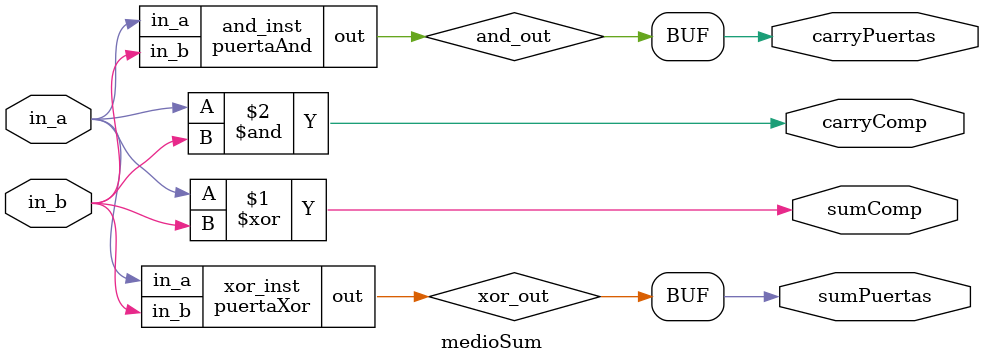
<source format=v>

`timescale 1ns / 1ps

module puertaXor(
    input in_a, in_b,
    output out
    );
    
    assign out = in_a ^ in_b;
endmodule

// Módulo AND
module puertaAnd(
    input in_a, in_b,
    output out
    );
    
    assign out = in_a & in_b;
endmodule

// Módulo medioSum (Medio Sumador)
module medioSum (
    input in_a,
    input in_b,
    output sumPuertas,     // Suma por puertas lógicas
    output carryPuertas,   // Acarreo por puertas lógicas
    output sumComp,        // Suma por descripción conductual
    output carryComp       // Acarreo por descripción conductual
);
    // Señales internas
    wire xor_out;
    wire and_out;

    // Implementación estructural
    puertaXor xor_inst (
        .in_a(in_a),
        .in_b(in_b),
        .out(xor_out)
    );

    puertaAnd and_inst (
        .in_a(in_a),
        .in_b(in_b),
        .out(and_out)
    );

    // Asignaciones estructurales
    assign sumPuertas = xor_out;
    assign carryPuertas = and_out;

    // Implementación conductual
    assign sumComp = in_a ^ in_b;
    assign carryComp = in_a & in_b;
endmodule

</source>
